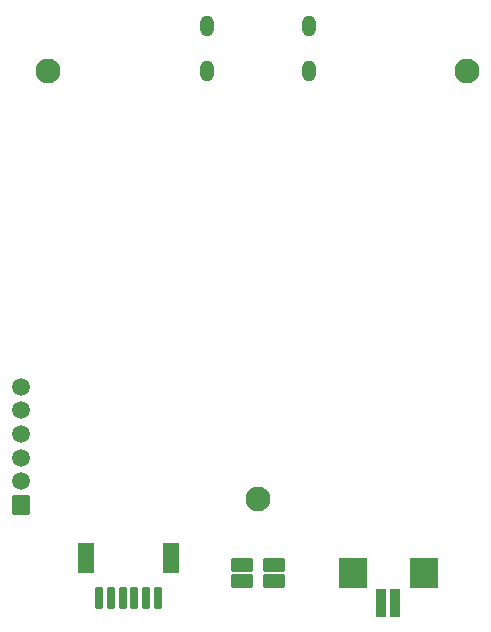
<source format=gts>
G04 Layer: TopSolderMaskLayer*
G04 EasyEDA Pro v3.2.69, 2026-01-08 09:06:00*
G04 Gerber Generator version 0.3*
G04 Scale: 100 percent, Rotated: No, Reflected: No*
G04 Dimensions in millimeters*
G04 Leading zeros omitted, absolute positions, 4 integers and 5 decimals*
G04 Generated by one-click*
%FSLAX45Y45*%
%MOMM*%
%AMRoundRect*1,1,$1,$2,$3*1,1,$1,$4,$5*1,1,$1,0-$2,0-$3*1,1,$1,0-$4,0-$5*20,1,$1,$2,$3,$4,$5,0*20,1,$1,$4,$5,0-$2,0-$3,0*20,1,$1,0-$2,0-$3,0-$4,0-$5,0*20,1,$1,0-$4,0-$5,$2,$3,0*4,1,4,$2,$3,$4,$5,0-$2,0-$3,0-$4,0-$5,$2,$3,0*%
%ADD10RoundRect,0.10003X-0.4X1.1X0.4X1.1*%
%ADD11RoundRect,0.10003X-1.175X-1.25X-1.175X1.25*%
%ADD12C,1.502*%
%ADD13RoundRect,0.102X-0.7X-0.762X-0.7X0.762*%
%ADD14RoundRect,0.102X-0.85X0.5X0.85X0.5*%
%ADD15O,1.202X1.802*%
%ADD16C,2.102*%
%ADD17RoundRect,0.10003X-0.6X1.25X0.6X1.25*%
%ADD18RoundRect,0.1079X-0.25X0.85X0.25X0.85*%
%ADD19RoundRect,0.10003X-0.25X0.85X0.25X0.85*%
G75*


G04 Pad Start*
G54D10*
G01X3466097Y163601D03*
G01X3341103Y163601D03*
G54D11*
G01X3103105Y420599D03*
G01X3704095Y420599D03*
G54D12*
G01X292101Y1998599D03*
G01X292101Y1798599D03*
G01X292101Y1598600D03*
G01X292101Y1398600D03*
G01X292101Y1198601D03*
G54D13*
G01X292101Y998601D03*
G54D14*
G01X2434988Y352198D03*
G01X2165012Y352198D03*
G01X2434988Y492202D03*
G01X2165012Y492202D03*
G54D15*
G01X2731990Y5052501D03*
G01X1868009Y5052501D03*
G01X2731990Y4672492D03*
G01X1868009Y4672492D03*
G54D16*
G01X525000Y4675000D03*
G01X4075000Y4675000D03*
G01X2300000Y1050000D03*
G54D17*
G01X1566494Y551002D03*
G01X846506Y551002D03*
G54D19*
G01X1256487Y210998D03*
G01X1356487Y210998D03*
G01X1456487Y210998D03*
G01X1156487Y210998D03*
G01X1056488Y210998D03*
G01X956488Y210998D03*
G04 Pad End*

M02*


</source>
